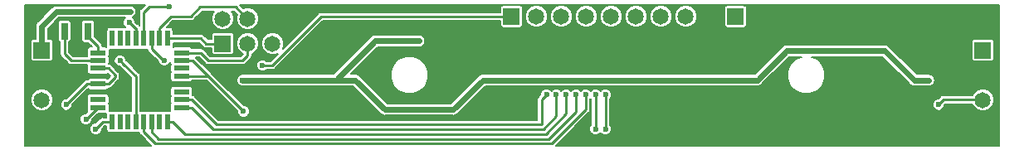
<source format=gbl>
G04 #@! TF.GenerationSoftware,KiCad,Pcbnew,5.0.0-rc2-unknown-81af2db~65~ubuntu18.04.1*
G04 #@! TF.CreationDate,2018-05-29T11:57:16+02:00*
G04 #@! TF.ProjectId,universal_lights,756E6976657273616C5F6C6967687473,rev?*
G04 #@! TF.SameCoordinates,Original*
G04 #@! TF.FileFunction,Copper,L2,Bot,Signal*
G04 #@! TF.FilePolarity,Positive*
%FSLAX46Y46*%
G04 Gerber Fmt 4.6, Leading zero omitted, Abs format (unit mm)*
G04 Created by KiCad (PCBNEW 5.0.0-rc2-unknown-81af2db~65~ubuntu18.04.1) date Tue May 29 11:57:16 2018*
%MOMM*%
%LPD*%
G01*
G04 APERTURE LIST*
G04 #@! TA.AperFunction,ComponentPad*
%ADD10R,1.651000X1.651000*%
G04 #@! TD*
G04 #@! TA.AperFunction,ComponentPad*
%ADD11C,1.651000*%
G04 #@! TD*
G04 #@! TA.AperFunction,SMDPad,CuDef*
%ADD12R,0.550000X1.600000*%
G04 #@! TD*
G04 #@! TA.AperFunction,SMDPad,CuDef*
%ADD13R,1.600000X0.550000*%
G04 #@! TD*
G04 #@! TA.AperFunction,SMDPad,CuDef*
%ADD14R,0.698500X1.699260*%
G04 #@! TD*
G04 #@! TA.AperFunction,ViaPad*
%ADD15C,0.600000*%
G04 #@! TD*
G04 #@! TA.AperFunction,Conductor*
%ADD16C,0.600000*%
G04 #@! TD*
G04 #@! TA.AperFunction,Conductor*
%ADD17C,0.250000*%
G04 #@! TD*
G04 #@! TA.AperFunction,Conductor*
%ADD18C,0.150000*%
G04 #@! TD*
G04 APERTURE END LIST*
D10*
G04 #@! TO.P,J1,1*
G04 #@! TO.N,+5V*
X52000000Y-139960000D03*
D11*
G04 #@! TO.P,J1,2*
G04 #@! TO.N,GND*
X52000000Y-142500000D03*
G04 #@! TO.P,J1,3*
G04 #@! TO.N,/datos_led_in*
X52000000Y-145040000D03*
G04 #@! TD*
D10*
G04 #@! TO.P,J2,1*
G04 #@! TO.N,+5V*
X148000000Y-139960000D03*
D11*
G04 #@! TO.P,J2,2*
G04 #@! TO.N,GND*
X148000000Y-142500000D03*
G04 #@! TO.P,J2,3*
G04 #@! TO.N,/datos_led_out*
X148000000Y-145040000D03*
G04 #@! TD*
D10*
G04 #@! TO.P,J3,1*
G04 #@! TO.N,/miso*
X70460000Y-139270000D03*
D11*
G04 #@! TO.P,J3,2*
G04 #@! TO.N,/clk*
X73000000Y-139270000D03*
G04 #@! TO.P,J3,3*
G04 #@! TO.N,/reset*
X75540000Y-139270000D03*
G04 #@! TO.P,J3,4*
G04 #@! TO.N,GND*
X75540000Y-136730000D03*
G04 #@! TO.P,J3,5*
G04 #@! TO.N,/mosi*
X73000000Y-136730000D03*
G04 #@! TO.P,J3,6*
G04 #@! TO.N,+5V*
X70460000Y-136730000D03*
G04 #@! TD*
D10*
G04 #@! TO.P,J4,1*
G04 #@! TO.N,/pwm2*
X99920000Y-136500000D03*
D11*
G04 #@! TO.P,J4,2*
G04 #@! TO.N,/a0*
X102460000Y-136500000D03*
G04 #@! TO.P,J4,3*
G04 #@! TO.N,/a1*
X105000000Y-136500000D03*
G04 #@! TO.P,J4,4*
G04 #@! TO.N,/a2*
X107540000Y-136500000D03*
G04 #@! TO.P,J4,5*
G04 #@! TO.N,/sda*
X110080000Y-136500000D03*
G04 #@! TO.P,J4,6*
G04 #@! TO.N,/scl*
X112620000Y-136500000D03*
G04 #@! TO.P,J4,7*
G04 #@! TO.N,/int0*
X115160000Y-136500000D03*
G04 #@! TO.P,J4,8*
G04 #@! TO.N,/int1*
X117700000Y-136500000D03*
G04 #@! TD*
D10*
G04 #@! TO.P,J5,1*
G04 #@! TO.N,+5V*
X122770000Y-136500000D03*
D11*
G04 #@! TO.P,J5,2*
G04 #@! TO.N,GND*
X120230000Y-136500000D03*
G04 #@! TD*
D12*
G04 #@! TO.P,U1,32*
G04 #@! TO.N,/int0*
X59200000Y-147250000D03*
G04 #@! TO.P,U1,31*
G04 #@! TO.N,N/C*
X60000000Y-147250000D03*
G04 #@! TO.P,U1,30*
X60800000Y-147250000D03*
G04 #@! TO.P,U1,29*
G04 #@! TO.N,/reset*
X61600000Y-147250000D03*
G04 #@! TO.P,U1,28*
G04 #@! TO.N,/scl*
X62400000Y-147250000D03*
G04 #@! TO.P,U1,27*
G04 #@! TO.N,/sda*
X63200000Y-147250000D03*
G04 #@! TO.P,U1,26*
G04 #@! TO.N,N/C*
X64000000Y-147250000D03*
G04 #@! TO.P,U1,25*
G04 #@! TO.N,/a2*
X64800000Y-147250000D03*
D13*
G04 #@! TO.P,U1,24*
G04 #@! TO.N,/a1*
X66250000Y-145800000D03*
G04 #@! TO.P,U1,23*
G04 #@! TO.N,/a0*
X66250000Y-145000000D03*
G04 #@! TO.P,U1,22*
G04 #@! TO.N,N/C*
X66250000Y-144200000D03*
G04 #@! TO.P,U1,21*
G04 #@! TO.N,GND*
X66250000Y-143400000D03*
G04 #@! TO.P,U1,20*
G04 #@! TO.N,+5V*
X66250000Y-142600000D03*
G04 #@! TO.P,U1,19*
G04 #@! TO.N,N/C*
X66250000Y-141800000D03*
G04 #@! TO.P,U1,18*
G04 #@! TO.N,+5V*
X66250000Y-141000000D03*
G04 #@! TO.P,U1,17*
G04 #@! TO.N,/clk*
X66250000Y-140200000D03*
D12*
G04 #@! TO.P,U1,16*
G04 #@! TO.N,/miso*
X64800000Y-138750000D03*
G04 #@! TO.P,U1,15*
G04 #@! TO.N,/mosi*
X64000000Y-138750000D03*
G04 #@! TO.P,U1,14*
G04 #@! TO.N,/pwm2*
X63200000Y-138750000D03*
G04 #@! TO.P,U1,13*
G04 #@! TO.N,/pwm1*
X62400000Y-138750000D03*
G04 #@! TO.P,U1,12*
G04 #@! TO.N,Net-(R7-Pad1)*
X61600000Y-138750000D03*
G04 #@! TO.P,U1,11*
G04 #@! TO.N,N/C*
X60800000Y-138750000D03*
G04 #@! TO.P,U1,10*
X60000000Y-138750000D03*
G04 #@! TO.P,U1,9*
X59200000Y-138750000D03*
D13*
G04 #@! TO.P,U1,8*
G04 #@! TO.N,Net-(U1-Pad8)*
X57750000Y-140200000D03*
G04 #@! TO.P,U1,7*
G04 #@! TO.N,Net-(U1-Pad7)*
X57750000Y-141000000D03*
G04 #@! TO.P,U1,6*
G04 #@! TO.N,+5V*
X57750000Y-141800000D03*
G04 #@! TO.P,U1,5*
G04 #@! TO.N,GND*
X57750000Y-142600000D03*
G04 #@! TO.P,U1,4*
G04 #@! TO.N,+5V*
X57750000Y-143400000D03*
G04 #@! TO.P,U1,3*
G04 #@! TO.N,GND*
X57750000Y-144200000D03*
G04 #@! TO.P,U1,2*
G04 #@! TO.N,N/C*
X57750000Y-145000000D03*
G04 #@! TO.P,U1,1*
G04 #@! TO.N,/int1*
X57750000Y-145800000D03*
G04 #@! TD*
D14*
G04 #@! TO.P,Y1,1*
G04 #@! TO.N,Net-(U1-Pad8)*
X56698880Y-138000000D03*
G04 #@! TO.P,Y1,2*
G04 #@! TO.N,GND*
X55500000Y-138000000D03*
G04 #@! TO.P,Y1,3*
G04 #@! TO.N,Net-(U1-Pad7)*
X54301120Y-138000000D03*
G04 #@! TD*
D15*
G04 #@! TO.N,Net-(D1-Pad-)*
X72500000Y-143000000D03*
X90500000Y-139000016D03*
X82000000Y-143000000D03*
X102500000Y-143000000D03*
X122500000Y-143000000D03*
X142500000Y-143000000D03*
G04 #@! TO.N,+5V*
X54500000Y-145500000D03*
X72576927Y-146184625D03*
X61000000Y-136000016D03*
G04 #@! TO.N,/datos_led_out*
X143499998Y-145500000D03*
G04 #@! TO.N,/reset*
X60000000Y-141000000D03*
G04 #@! TO.N,/pwm1*
X65000000Y-135500000D03*
G04 #@! TO.N,/pwm2*
X74500000Y-141500006D03*
X64500000Y-141000000D03*
G04 #@! TO.N,/a0*
X103500000Y-144500000D03*
G04 #@! TO.N,/a1*
X104500000Y-144500000D03*
G04 #@! TO.N,/a2*
X105500000Y-144500000D03*
G04 #@! TO.N,/sda*
X106500000Y-144500000D03*
G04 #@! TO.N,/scl*
X107500000Y-144500000D03*
G04 #@! TO.N,/int0*
X108500000Y-148000000D03*
X57500000Y-147999988D03*
X108500000Y-144500000D03*
G04 #@! TO.N,/int1*
X109500000Y-148000000D03*
X109500000Y-144500000D03*
X56500000Y-147000000D03*
G04 #@! TO.N,Net-(R7-Pad1)*
X60922176Y-137124274D03*
G04 #@! TD*
D16*
G04 #@! TO.N,Net-(D1-Pad-)*
X82000000Y-143000000D02*
X72500000Y-143000000D01*
X85999984Y-139000016D02*
X90075736Y-139000016D01*
X82000000Y-143000000D02*
X85999984Y-139000016D01*
X90075736Y-139000016D02*
X90500000Y-139000016D01*
X142500000Y-143000000D02*
X141000000Y-143000000D01*
X138000000Y-140000000D02*
X141000000Y-143000000D01*
X128000000Y-140000000D02*
X138000000Y-140000000D01*
X125000000Y-143000000D02*
X128000000Y-140000000D01*
X122500000Y-143000000D02*
X125000000Y-143000000D01*
X87000000Y-146000000D02*
X94000000Y-146000000D01*
X94000000Y-146000000D02*
X97000000Y-143000000D01*
X84000000Y-143000000D02*
X87000000Y-146000000D01*
X82000000Y-143000000D02*
X84000000Y-143000000D01*
X97000000Y-143000000D02*
X102500000Y-143000000D01*
X102500000Y-143000000D02*
X103000000Y-143000000D01*
X103000000Y-143000000D02*
X122500000Y-143000000D01*
D17*
G04 #@! TO.N,+5V*
X57750000Y-143400000D02*
X56600000Y-143400000D01*
X56600000Y-143400000D02*
X54500000Y-145500000D01*
X72276928Y-145884626D02*
X72576927Y-146184625D01*
X66250000Y-141000000D02*
X67392302Y-141000000D01*
X57750000Y-141800000D02*
X58800000Y-141800000D01*
X58800000Y-141800000D02*
X59500000Y-142500000D01*
X58800000Y-143400000D02*
X57750000Y-143400000D01*
X59500000Y-142700000D02*
X58800000Y-143400000D01*
X59500000Y-142500000D02*
X59500000Y-142700000D01*
X67307698Y-142607698D02*
X69000000Y-142607698D01*
X66250000Y-142600000D02*
X67300000Y-142600000D01*
X67392302Y-141000000D02*
X69000000Y-142607698D01*
X67300000Y-142600000D02*
X67307698Y-142607698D01*
X69000000Y-142607698D02*
X72276928Y-145884626D01*
D16*
X60575736Y-136000016D02*
X61000000Y-136000016D01*
X52000000Y-140460000D02*
X52000000Y-137500000D01*
X53499984Y-136000016D02*
X60575736Y-136000016D01*
X52000000Y-137500000D02*
X53499984Y-136000016D01*
D17*
G04 #@! TO.N,/datos_led_out*
X143999998Y-145000000D02*
X143499998Y-145500000D01*
X148000000Y-145540000D02*
X147460000Y-145000000D01*
X147460000Y-145000000D02*
X143999998Y-145000000D01*
G04 #@! TO.N,/miso*
X68770000Y-139270000D02*
X68250000Y-138750000D01*
X68250000Y-138750000D02*
X64800000Y-138750000D01*
X70460000Y-139270000D02*
X68770000Y-139270000D01*
G04 #@! TO.N,/clk*
X66250000Y-140200000D02*
X68200000Y-140200000D01*
X68200000Y-140200000D02*
X69000000Y-141000000D01*
X69000000Y-141000000D02*
X72500000Y-141000000D01*
X72500000Y-141000000D02*
X73000000Y-140500000D01*
X73000000Y-140500000D02*
X73000000Y-139270000D01*
G04 #@! TO.N,/reset*
X60299999Y-141299999D02*
X60000000Y-141000000D01*
X61600000Y-142600000D02*
X60299999Y-141299999D01*
X61600000Y-147250000D02*
X61600000Y-142600000D01*
X61600000Y-147250000D02*
X61600000Y-146200000D01*
G04 #@! TO.N,/mosi*
X65200000Y-136500000D02*
X64000000Y-137700000D01*
X67200000Y-136500000D02*
X65200000Y-136500000D01*
X64000000Y-137700000D02*
X64000000Y-138750000D01*
X68170501Y-135529499D02*
X67200000Y-136500000D01*
X73000000Y-136730000D02*
X71799499Y-135529499D01*
X71799499Y-135529499D02*
X68170501Y-135529499D01*
G04 #@! TO.N,/pwm1*
X63000000Y-135500000D02*
X62400000Y-136100000D01*
X62400000Y-136100000D02*
X62400000Y-138750000D01*
X65000000Y-135500000D02*
X63000000Y-135500000D01*
X62500000Y-138650000D02*
X62400000Y-138750000D01*
G04 #@! TO.N,/pwm2*
X74500000Y-141500006D02*
X75499994Y-141500006D01*
X75499994Y-141500006D02*
X80500000Y-136500000D01*
X80500000Y-136500000D02*
X99920000Y-136500000D01*
X64400000Y-141000000D02*
X64500000Y-141000000D01*
X63200000Y-139800000D02*
X64400000Y-141000000D01*
X63200000Y-138750000D02*
X63200000Y-139800000D01*
G04 #@! TO.N,/a0*
X102999970Y-147499970D02*
X102999970Y-145000030D01*
X102999970Y-145000030D02*
X103500000Y-144500000D01*
X69799970Y-147499970D02*
X102999970Y-147499970D01*
X66250000Y-145000000D02*
X67300000Y-145000000D01*
X67300000Y-145000000D02*
X69799970Y-147499970D01*
X102999970Y-147499970D02*
X103000000Y-147500000D01*
G04 #@! TO.N,/a1*
X102999990Y-148000010D02*
X103207110Y-148000010D01*
X103207110Y-148000010D02*
X104500000Y-146707120D01*
X104500000Y-146707120D02*
X104500000Y-144500000D01*
X66250000Y-145800000D02*
X67300000Y-145800000D01*
X67300000Y-145800000D02*
X69500010Y-148000010D01*
X69500010Y-148000010D02*
X102999990Y-148000010D01*
X102999990Y-148000010D02*
X103000000Y-148000000D01*
G04 #@! TO.N,/a2*
X103414224Y-148500020D02*
X105500000Y-146414244D01*
X105500000Y-146414244D02*
X105500000Y-144500000D01*
X64800000Y-147250000D02*
X65325000Y-147250000D01*
X65325000Y-147250000D02*
X66575020Y-148500020D01*
X66575020Y-148500020D02*
X103414224Y-148500020D01*
X103414224Y-148500020D02*
X103414254Y-148499990D01*
X103414254Y-148499990D02*
X103499990Y-148499990D01*
X103499990Y-148499990D02*
X103500000Y-148500000D01*
G04 #@! TO.N,/sda*
X103499970Y-149000030D02*
X103707090Y-149000030D01*
X103707090Y-149000030D02*
X106500000Y-146207120D01*
X106500000Y-146207120D02*
X106500000Y-144500000D01*
X63200000Y-147250000D02*
X63200000Y-148300000D01*
X63200000Y-148300000D02*
X63900030Y-149000030D01*
X103499970Y-149000030D02*
X103500000Y-149000000D01*
X63900030Y-149000030D02*
X103499970Y-149000030D01*
G04 #@! TO.N,/scl*
X103999960Y-149500040D02*
X107500000Y-146000000D01*
X107500000Y-146000000D02*
X107500000Y-144500000D01*
X62400000Y-147250000D02*
X62400000Y-148300000D01*
X62400000Y-148300000D02*
X63600040Y-149500040D01*
X63600040Y-149500040D02*
X103999960Y-149500040D01*
X103999960Y-149500040D02*
X104000000Y-149500000D01*
G04 #@! TO.N,/int0*
X108500000Y-144500000D02*
X108500000Y-148000000D01*
X59200000Y-147250000D02*
X58249988Y-147250000D01*
X57799999Y-147699989D02*
X57500000Y-147999988D01*
X58249988Y-147250000D02*
X57799999Y-147699989D01*
G04 #@! TO.N,/int1*
X109500000Y-144500000D02*
X109500000Y-148000000D01*
X57750000Y-145800000D02*
X57700000Y-145800000D01*
X57700000Y-145800000D02*
X56500000Y-147000000D01*
G04 #@! TO.N,Net-(U1-Pad8)*
X56698880Y-138500380D02*
X56698880Y-138000000D01*
X57750000Y-139551500D02*
X56698880Y-138500380D01*
X57750000Y-140200000D02*
X57750000Y-139551500D01*
G04 #@! TO.N,Net-(U1-Pad7)*
X54301120Y-140301120D02*
X54301120Y-138000000D01*
X57750000Y-141000000D02*
X55000000Y-141000000D01*
X55000000Y-141000000D02*
X54301120Y-140301120D01*
G04 #@! TO.N,Net-(R7-Pad1)*
X61600000Y-137700000D02*
X61600000Y-138750000D01*
X61600000Y-137700000D02*
X61497902Y-137700000D01*
X61497902Y-137700000D02*
X60922176Y-137124274D01*
G04 #@! TD*
D18*
G04 #@! TO.N,GND*
G36*
X62113145Y-135750460D02*
X62075568Y-135775568D01*
X61976109Y-135924420D01*
X61961072Y-136000016D01*
X61941184Y-136100000D01*
X61950000Y-136144320D01*
X61950000Y-137413834D01*
X61924432Y-137375568D01*
X61775581Y-137276109D01*
X61694225Y-137259926D01*
X61547176Y-137112878D01*
X61547176Y-136999954D01*
X61452025Y-136770240D01*
X61276210Y-136594425D01*
X61251001Y-136583983D01*
X61296050Y-136553883D01*
X61354034Y-136529865D01*
X61398412Y-136485487D01*
X61450600Y-136450616D01*
X61485471Y-136398428D01*
X61529849Y-136354050D01*
X61553867Y-136296066D01*
X61588737Y-136243879D01*
X61600981Y-136182322D01*
X61625000Y-136124336D01*
X61625000Y-136061571D01*
X61637244Y-136000016D01*
X61625000Y-135938461D01*
X61625000Y-135875696D01*
X61600981Y-135817710D01*
X61588737Y-135756153D01*
X61553867Y-135703966D01*
X61529849Y-135645982D01*
X61485471Y-135601604D01*
X61450600Y-135549416D01*
X61398412Y-135514545D01*
X61354034Y-135470167D01*
X61296050Y-135446149D01*
X61243863Y-135411279D01*
X61182306Y-135399035D01*
X61124320Y-135375016D01*
X53561539Y-135375016D01*
X53499984Y-135362772D01*
X53438429Y-135375016D01*
X53256121Y-135411279D01*
X53049384Y-135549416D01*
X53014513Y-135601604D01*
X51601588Y-137014530D01*
X51549401Y-137049400D01*
X51440509Y-137212368D01*
X51411263Y-137256138D01*
X51362756Y-137500000D01*
X51375001Y-137561560D01*
X51375001Y-138803133D01*
X51174500Y-138803133D01*
X51047691Y-138828357D01*
X50940188Y-138900188D01*
X50868357Y-139007691D01*
X50843133Y-139134500D01*
X50843133Y-140785500D01*
X50868357Y-140912309D01*
X50940188Y-141019812D01*
X51047691Y-141091643D01*
X51174500Y-141116867D01*
X52825500Y-141116867D01*
X52952309Y-141091643D01*
X53059812Y-141019812D01*
X53131643Y-140912309D01*
X53156867Y-140785500D01*
X53156867Y-139134500D01*
X53131643Y-139007691D01*
X53059812Y-138900188D01*
X52952309Y-138828357D01*
X52825500Y-138803133D01*
X52625000Y-138803133D01*
X52625000Y-137758882D01*
X53758867Y-136625016D01*
X60537551Y-136625016D01*
X60392327Y-136770240D01*
X60297176Y-136999954D01*
X60297176Y-137248594D01*
X60392327Y-137478308D01*
X60532652Y-137618633D01*
X60525000Y-137618633D01*
X60400000Y-137643497D01*
X60275000Y-137618633D01*
X59725000Y-137618633D01*
X59600000Y-137643497D01*
X59475000Y-137618633D01*
X58925000Y-137618633D01*
X58798191Y-137643857D01*
X58690688Y-137715688D01*
X58618857Y-137823191D01*
X58593633Y-137950000D01*
X58593633Y-139550000D01*
X58604467Y-139604467D01*
X58550000Y-139593633D01*
X58200435Y-139593633D01*
X58208816Y-139551499D01*
X58188749Y-139450616D01*
X58173891Y-139375919D01*
X58074432Y-139227068D01*
X58036857Y-139201961D01*
X57379497Y-138544602D01*
X57379497Y-137150370D01*
X57354273Y-137023561D01*
X57282442Y-136916058D01*
X57174939Y-136844227D01*
X57048130Y-136819003D01*
X56349630Y-136819003D01*
X56222821Y-136844227D01*
X56115318Y-136916058D01*
X56043487Y-137023561D01*
X56018263Y-137150370D01*
X56018263Y-138849630D01*
X56043487Y-138976439D01*
X56115318Y-139083942D01*
X56222821Y-139155773D01*
X56349630Y-139180997D01*
X56743102Y-139180997D01*
X57155737Y-139593633D01*
X56950000Y-139593633D01*
X56823191Y-139618857D01*
X56715688Y-139690688D01*
X56643857Y-139798191D01*
X56618633Y-139925000D01*
X56618633Y-140475000D01*
X56633551Y-140550000D01*
X55186397Y-140550000D01*
X54751120Y-140114725D01*
X54751120Y-139160956D01*
X54777179Y-139155773D01*
X54884682Y-139083942D01*
X54956513Y-138976439D01*
X54981737Y-138849630D01*
X54981737Y-137150370D01*
X54956513Y-137023561D01*
X54884682Y-136916058D01*
X54777179Y-136844227D01*
X54650370Y-136819003D01*
X53951870Y-136819003D01*
X53825061Y-136844227D01*
X53717558Y-136916058D01*
X53645727Y-137023561D01*
X53620503Y-137150370D01*
X53620503Y-138849630D01*
X53645727Y-138976439D01*
X53717558Y-139083942D01*
X53825061Y-139155773D01*
X53851120Y-139160957D01*
X53851120Y-140256800D01*
X53842304Y-140301120D01*
X53851120Y-140345440D01*
X53877229Y-140476700D01*
X53976688Y-140625552D01*
X54014265Y-140650660D01*
X54650463Y-141286860D01*
X54675568Y-141324432D01*
X54713139Y-141349536D01*
X54713141Y-141349538D01*
X54824418Y-141423891D01*
X55000000Y-141458816D01*
X55044321Y-141450000D01*
X56633551Y-141450000D01*
X56618633Y-141525000D01*
X56618633Y-142075000D01*
X56643857Y-142201809D01*
X56715688Y-142309312D01*
X56823191Y-142381143D01*
X56950000Y-142406367D01*
X58550000Y-142406367D01*
X58676809Y-142381143D01*
X58717535Y-142353931D01*
X58963604Y-142600000D01*
X58717535Y-142846069D01*
X58676809Y-142818857D01*
X58550000Y-142793633D01*
X56950000Y-142793633D01*
X56823191Y-142818857D01*
X56715688Y-142890688D01*
X56676057Y-142950000D01*
X56644316Y-142950000D01*
X56599999Y-142941185D01*
X56555682Y-142950000D01*
X56555679Y-142950000D01*
X56424419Y-142976109D01*
X56424418Y-142976110D01*
X56424417Y-142976110D01*
X56385956Y-143001809D01*
X56275568Y-143075568D01*
X56250462Y-143113142D01*
X54488605Y-144875000D01*
X54375680Y-144875000D01*
X54145966Y-144970151D01*
X53970151Y-145145966D01*
X53875000Y-145375680D01*
X53875000Y-145624320D01*
X53970151Y-145854034D01*
X54145966Y-146029849D01*
X54375680Y-146125000D01*
X54624320Y-146125000D01*
X54854034Y-146029849D01*
X55029849Y-145854034D01*
X55125000Y-145624320D01*
X55125000Y-145511395D01*
X56722519Y-143913877D01*
X56823191Y-143981143D01*
X56950000Y-144006367D01*
X58550000Y-144006367D01*
X58676809Y-143981143D01*
X58784312Y-143909312D01*
X58820819Y-143854675D01*
X58844320Y-143850000D01*
X58844321Y-143850000D01*
X58975581Y-143823891D01*
X59124432Y-143724432D01*
X59149540Y-143686855D01*
X59786857Y-143049539D01*
X59824432Y-143024432D01*
X59892533Y-142922511D01*
X59923890Y-142875583D01*
X59923890Y-142875582D01*
X59923891Y-142875581D01*
X59950000Y-142744320D01*
X59950000Y-142744318D01*
X59958815Y-142700001D01*
X59950000Y-142655684D01*
X59950000Y-142544316D01*
X59958815Y-142499999D01*
X59950000Y-142455680D01*
X59950000Y-142455679D01*
X59923891Y-142324419D01*
X59916356Y-142313141D01*
X59849537Y-142213141D01*
X59824432Y-142175568D01*
X59786858Y-142150462D01*
X59149540Y-141513145D01*
X59124432Y-141475568D01*
X58975581Y-141376109D01*
X58865606Y-141354234D01*
X58881367Y-141275000D01*
X58881367Y-140725000D01*
X58856503Y-140600000D01*
X58881367Y-140475000D01*
X58881367Y-139925000D01*
X58870533Y-139870533D01*
X58925000Y-139881367D01*
X59475000Y-139881367D01*
X59600000Y-139856503D01*
X59725000Y-139881367D01*
X60275000Y-139881367D01*
X60400000Y-139856503D01*
X60525000Y-139881367D01*
X61075000Y-139881367D01*
X61200000Y-139856503D01*
X61325000Y-139881367D01*
X61875000Y-139881367D01*
X62000000Y-139856503D01*
X62125000Y-139881367D01*
X62675000Y-139881367D01*
X62754234Y-139865606D01*
X62776072Y-139975390D01*
X62776110Y-139975581D01*
X62875569Y-140124432D01*
X62913143Y-140149538D01*
X63875000Y-141111396D01*
X63875000Y-141124320D01*
X63970151Y-141354034D01*
X64145966Y-141529849D01*
X64375680Y-141625000D01*
X64624320Y-141625000D01*
X64854034Y-141529849D01*
X65029849Y-141354034D01*
X65118633Y-141139691D01*
X65118633Y-141275000D01*
X65143497Y-141400000D01*
X65118633Y-141525000D01*
X65118633Y-142075000D01*
X65143497Y-142200000D01*
X65118633Y-142325000D01*
X65118633Y-142875000D01*
X65143857Y-143001809D01*
X65215688Y-143109312D01*
X65323191Y-143181143D01*
X65450000Y-143206367D01*
X67050000Y-143206367D01*
X67176809Y-143181143D01*
X67284312Y-143109312D01*
X67313707Y-143065319D01*
X67352018Y-143057698D01*
X68813605Y-143057698D01*
X71951927Y-146196021D01*
X71951927Y-146308945D01*
X72047078Y-146538659D01*
X72222893Y-146714474D01*
X72452607Y-146809625D01*
X72701247Y-146809625D01*
X72930961Y-146714474D01*
X73106776Y-146538659D01*
X73201927Y-146308945D01*
X73201927Y-146060305D01*
X73106776Y-145830591D01*
X72930961Y-145654776D01*
X72701247Y-145559625D01*
X72588323Y-145559625D01*
X70028698Y-143000000D01*
X71862756Y-143000000D01*
X71875000Y-143061555D01*
X71875000Y-143124320D01*
X71899019Y-143182306D01*
X71911263Y-143243863D01*
X71946133Y-143296050D01*
X71970151Y-143354034D01*
X72014529Y-143398412D01*
X72049400Y-143450600D01*
X72101588Y-143485471D01*
X72145966Y-143529849D01*
X72203950Y-143553867D01*
X72256137Y-143588737D01*
X72317694Y-143600981D01*
X72375680Y-143625000D01*
X81938445Y-143625000D01*
X82000000Y-143637244D01*
X82061555Y-143625000D01*
X83741118Y-143625000D01*
X86514529Y-146398412D01*
X86549400Y-146450600D01*
X86756137Y-146588737D01*
X87000000Y-146637244D01*
X87061555Y-146625000D01*
X93938445Y-146625000D01*
X94000000Y-146637244D01*
X94061555Y-146625000D01*
X94243863Y-146588737D01*
X94450600Y-146450600D01*
X94485472Y-146398410D01*
X97258883Y-143625000D01*
X124938445Y-143625000D01*
X125000000Y-143637244D01*
X125061555Y-143625000D01*
X125243863Y-143588737D01*
X125450600Y-143450600D01*
X125485472Y-143398410D01*
X128258883Y-140625000D01*
X129496383Y-140625000D01*
X128909575Y-140868064D01*
X128368064Y-141409575D01*
X128075000Y-142117094D01*
X128075000Y-142882906D01*
X128368064Y-143590425D01*
X128909575Y-144131936D01*
X129617094Y-144425000D01*
X130382906Y-144425000D01*
X131090425Y-144131936D01*
X131631936Y-143590425D01*
X131925000Y-142882906D01*
X131925000Y-142117094D01*
X131631936Y-141409575D01*
X131090425Y-140868064D01*
X130503617Y-140625000D01*
X137741118Y-140625000D01*
X140514529Y-143398412D01*
X140549400Y-143450600D01*
X140736448Y-143575581D01*
X140756137Y-143588737D01*
X141000000Y-143637244D01*
X141061555Y-143625000D01*
X142624320Y-143625000D01*
X142682306Y-143600981D01*
X142743863Y-143588737D01*
X142796050Y-143553867D01*
X142854034Y-143529849D01*
X142898412Y-143485471D01*
X142950600Y-143450600D01*
X142985471Y-143398412D01*
X143029849Y-143354034D01*
X143053867Y-143296050D01*
X143088737Y-143243863D01*
X143100981Y-143182306D01*
X143125000Y-143124320D01*
X143125000Y-143061555D01*
X143137244Y-143000000D01*
X143125000Y-142938445D01*
X143125000Y-142875680D01*
X143100981Y-142817694D01*
X143088737Y-142756137D01*
X143053867Y-142703950D01*
X143029849Y-142645966D01*
X142985471Y-142601588D01*
X142950600Y-142549400D01*
X142898412Y-142514529D01*
X142854034Y-142470151D01*
X142796050Y-142446133D01*
X142743863Y-142411263D01*
X142682306Y-142399019D01*
X142624320Y-142375000D01*
X141258883Y-142375000D01*
X138485472Y-139601590D01*
X138450600Y-139549400D01*
X138243863Y-139411263D01*
X138061555Y-139375000D01*
X138000000Y-139362756D01*
X137938445Y-139375000D01*
X128061555Y-139375000D01*
X128000000Y-139362756D01*
X127820643Y-139398432D01*
X127756137Y-139411263D01*
X127549400Y-139549400D01*
X127514529Y-139601588D01*
X124741118Y-142375000D01*
X97061555Y-142375000D01*
X97000000Y-142362756D01*
X96938445Y-142375000D01*
X96756137Y-142411263D01*
X96549400Y-142549400D01*
X96514529Y-142601588D01*
X93741118Y-145375000D01*
X87258883Y-145375000D01*
X84485472Y-142601590D01*
X84450600Y-142549400D01*
X84243863Y-142411263D01*
X84061555Y-142375000D01*
X84000000Y-142362756D01*
X83938445Y-142375000D01*
X83508882Y-142375000D01*
X83766788Y-142117094D01*
X87575000Y-142117094D01*
X87575000Y-142882906D01*
X87868064Y-143590425D01*
X88409575Y-144131936D01*
X89117094Y-144425000D01*
X89882906Y-144425000D01*
X90590425Y-144131936D01*
X91131936Y-143590425D01*
X91425000Y-142882906D01*
X91425000Y-142117094D01*
X91131936Y-141409575D01*
X90590425Y-140868064D01*
X89882906Y-140575000D01*
X89117094Y-140575000D01*
X88409575Y-140868064D01*
X87868064Y-141409575D01*
X87575000Y-142117094D01*
X83766788Y-142117094D01*
X86258867Y-139625016D01*
X90624320Y-139625016D01*
X90682306Y-139600997D01*
X90743863Y-139588753D01*
X90796050Y-139553883D01*
X90854034Y-139529865D01*
X90898412Y-139485487D01*
X90950600Y-139450616D01*
X90985471Y-139398428D01*
X91029849Y-139354050D01*
X91053867Y-139296066D01*
X91088737Y-139243879D01*
X91100981Y-139182322D01*
X91120789Y-139134500D01*
X146843133Y-139134500D01*
X146843133Y-140785500D01*
X146868357Y-140912309D01*
X146940188Y-141019812D01*
X147047691Y-141091643D01*
X147174500Y-141116867D01*
X148825500Y-141116867D01*
X148952309Y-141091643D01*
X149059812Y-141019812D01*
X149131643Y-140912309D01*
X149156867Y-140785500D01*
X149156867Y-139134500D01*
X149131643Y-139007691D01*
X149059812Y-138900188D01*
X148952309Y-138828357D01*
X148825500Y-138803133D01*
X147174500Y-138803133D01*
X147047691Y-138828357D01*
X146940188Y-138900188D01*
X146868357Y-139007691D01*
X146843133Y-139134500D01*
X91120789Y-139134500D01*
X91125000Y-139124336D01*
X91125000Y-139061571D01*
X91137244Y-139000016D01*
X91125000Y-138938461D01*
X91125000Y-138875696D01*
X91100981Y-138817710D01*
X91088737Y-138756153D01*
X91053867Y-138703966D01*
X91029849Y-138645982D01*
X90985471Y-138601604D01*
X90950600Y-138549416D01*
X90898412Y-138514545D01*
X90854034Y-138470167D01*
X90796050Y-138446149D01*
X90743863Y-138411279D01*
X90682306Y-138399035D01*
X90624320Y-138375016D01*
X86061539Y-138375016D01*
X85999984Y-138362772D01*
X85938429Y-138375016D01*
X85756121Y-138411279D01*
X85549384Y-138549416D01*
X85514513Y-138601604D01*
X81741118Y-142375000D01*
X72375680Y-142375000D01*
X72317694Y-142399019D01*
X72256137Y-142411263D01*
X72203950Y-142446133D01*
X72145966Y-142470151D01*
X72101588Y-142514529D01*
X72049400Y-142549400D01*
X72014529Y-142601588D01*
X71970151Y-142645966D01*
X71946133Y-142703950D01*
X71911263Y-142756137D01*
X71899019Y-142817694D01*
X71875000Y-142875680D01*
X71875000Y-142938445D01*
X71862756Y-143000000D01*
X70028698Y-143000000D01*
X69349540Y-142320843D01*
X69324432Y-142283266D01*
X69286857Y-142258160D01*
X67741842Y-140713145D01*
X67716734Y-140675568D01*
X67678469Y-140650000D01*
X68013605Y-140650000D01*
X68650461Y-141286857D01*
X68675568Y-141324432D01*
X68824419Y-141423891D01*
X68955679Y-141450000D01*
X68955680Y-141450000D01*
X69000000Y-141458816D01*
X69044320Y-141450000D01*
X72455680Y-141450000D01*
X72500000Y-141458816D01*
X72544320Y-141450000D01*
X72544321Y-141450000D01*
X72675581Y-141423891D01*
X72747724Y-141375686D01*
X73875000Y-141375686D01*
X73875000Y-141624326D01*
X73970151Y-141854040D01*
X74145966Y-142029855D01*
X74375680Y-142125006D01*
X74624320Y-142125006D01*
X74854034Y-142029855D01*
X74933883Y-141950006D01*
X75455674Y-141950006D01*
X75499994Y-141958822D01*
X75544314Y-141950006D01*
X75544315Y-141950006D01*
X75675575Y-141923897D01*
X75824426Y-141824438D01*
X75849534Y-141786861D01*
X80686396Y-136950000D01*
X98763133Y-136950000D01*
X98763133Y-137325500D01*
X98788357Y-137452309D01*
X98860188Y-137559812D01*
X98967691Y-137631643D01*
X99094500Y-137656867D01*
X100745500Y-137656867D01*
X100872309Y-137631643D01*
X100979812Y-137559812D01*
X101051643Y-137452309D01*
X101076867Y-137325500D01*
X101076867Y-136271151D01*
X101309500Y-136271151D01*
X101309500Y-136728849D01*
X101484653Y-137151706D01*
X101808294Y-137475347D01*
X102231151Y-137650500D01*
X102688849Y-137650500D01*
X103111706Y-137475347D01*
X103435347Y-137151706D01*
X103610500Y-136728849D01*
X103610500Y-136271151D01*
X103849500Y-136271151D01*
X103849500Y-136728849D01*
X104024653Y-137151706D01*
X104348294Y-137475347D01*
X104771151Y-137650500D01*
X105228849Y-137650500D01*
X105651706Y-137475347D01*
X105975347Y-137151706D01*
X106150500Y-136728849D01*
X106150500Y-136271151D01*
X106389500Y-136271151D01*
X106389500Y-136728849D01*
X106564653Y-137151706D01*
X106888294Y-137475347D01*
X107311151Y-137650500D01*
X107768849Y-137650500D01*
X108191706Y-137475347D01*
X108515347Y-137151706D01*
X108690500Y-136728849D01*
X108690500Y-136271151D01*
X108929500Y-136271151D01*
X108929500Y-136728849D01*
X109104653Y-137151706D01*
X109428294Y-137475347D01*
X109851151Y-137650500D01*
X110308849Y-137650500D01*
X110731706Y-137475347D01*
X111055347Y-137151706D01*
X111230500Y-136728849D01*
X111230500Y-136271151D01*
X111469500Y-136271151D01*
X111469500Y-136728849D01*
X111644653Y-137151706D01*
X111968294Y-137475347D01*
X112391151Y-137650500D01*
X112848849Y-137650500D01*
X113271706Y-137475347D01*
X113595347Y-137151706D01*
X113770500Y-136728849D01*
X113770500Y-136271151D01*
X114009500Y-136271151D01*
X114009500Y-136728849D01*
X114184653Y-137151706D01*
X114508294Y-137475347D01*
X114931151Y-137650500D01*
X115388849Y-137650500D01*
X115811706Y-137475347D01*
X116135347Y-137151706D01*
X116310500Y-136728849D01*
X116310500Y-136271151D01*
X116549500Y-136271151D01*
X116549500Y-136728849D01*
X116724653Y-137151706D01*
X117048294Y-137475347D01*
X117471151Y-137650500D01*
X117928849Y-137650500D01*
X118351706Y-137475347D01*
X118675347Y-137151706D01*
X118850500Y-136728849D01*
X118850500Y-136271151D01*
X118675347Y-135848294D01*
X118501553Y-135674500D01*
X121613133Y-135674500D01*
X121613133Y-137325500D01*
X121638357Y-137452309D01*
X121710188Y-137559812D01*
X121817691Y-137631643D01*
X121944500Y-137656867D01*
X123595500Y-137656867D01*
X123722309Y-137631643D01*
X123829812Y-137559812D01*
X123901643Y-137452309D01*
X123926867Y-137325500D01*
X123926867Y-135674500D01*
X123901643Y-135547691D01*
X123829812Y-135440188D01*
X123722309Y-135368357D01*
X123595500Y-135343133D01*
X121944500Y-135343133D01*
X121817691Y-135368357D01*
X121710188Y-135440188D01*
X121638357Y-135547691D01*
X121613133Y-135674500D01*
X118501553Y-135674500D01*
X118351706Y-135524653D01*
X117928849Y-135349500D01*
X117471151Y-135349500D01*
X117048294Y-135524653D01*
X116724653Y-135848294D01*
X116549500Y-136271151D01*
X116310500Y-136271151D01*
X116135347Y-135848294D01*
X115811706Y-135524653D01*
X115388849Y-135349500D01*
X114931151Y-135349500D01*
X114508294Y-135524653D01*
X114184653Y-135848294D01*
X114009500Y-136271151D01*
X113770500Y-136271151D01*
X113595347Y-135848294D01*
X113271706Y-135524653D01*
X112848849Y-135349500D01*
X112391151Y-135349500D01*
X111968294Y-135524653D01*
X111644653Y-135848294D01*
X111469500Y-136271151D01*
X111230500Y-136271151D01*
X111055347Y-135848294D01*
X110731706Y-135524653D01*
X110308849Y-135349500D01*
X109851151Y-135349500D01*
X109428294Y-135524653D01*
X109104653Y-135848294D01*
X108929500Y-136271151D01*
X108690500Y-136271151D01*
X108515347Y-135848294D01*
X108191706Y-135524653D01*
X107768849Y-135349500D01*
X107311151Y-135349500D01*
X106888294Y-135524653D01*
X106564653Y-135848294D01*
X106389500Y-136271151D01*
X106150500Y-136271151D01*
X105975347Y-135848294D01*
X105651706Y-135524653D01*
X105228849Y-135349500D01*
X104771151Y-135349500D01*
X104348294Y-135524653D01*
X104024653Y-135848294D01*
X103849500Y-136271151D01*
X103610500Y-136271151D01*
X103435347Y-135848294D01*
X103111706Y-135524653D01*
X102688849Y-135349500D01*
X102231151Y-135349500D01*
X101808294Y-135524653D01*
X101484653Y-135848294D01*
X101309500Y-136271151D01*
X101076867Y-136271151D01*
X101076867Y-135674500D01*
X101051643Y-135547691D01*
X100979812Y-135440188D01*
X100872309Y-135368357D01*
X100745500Y-135343133D01*
X99094500Y-135343133D01*
X98967691Y-135368357D01*
X98860188Y-135440188D01*
X98788357Y-135547691D01*
X98763133Y-135674500D01*
X98763133Y-136050000D01*
X80544316Y-136050000D01*
X80499999Y-136041185D01*
X80455683Y-136050000D01*
X80455679Y-136050000D01*
X80324419Y-136076109D01*
X80175568Y-136175568D01*
X80150462Y-136213142D01*
X76567283Y-139796322D01*
X76690500Y-139498849D01*
X76690500Y-139041151D01*
X76515347Y-138618294D01*
X76191706Y-138294653D01*
X75768849Y-138119500D01*
X75311151Y-138119500D01*
X74888294Y-138294653D01*
X74564653Y-138618294D01*
X74389500Y-139041151D01*
X74389500Y-139498849D01*
X74564653Y-139921706D01*
X74888294Y-140245347D01*
X75311151Y-140420500D01*
X75768849Y-140420500D01*
X76066322Y-140297283D01*
X75313599Y-141050006D01*
X74933883Y-141050006D01*
X74854034Y-140970157D01*
X74624320Y-140875006D01*
X74375680Y-140875006D01*
X74145966Y-140970157D01*
X73970151Y-141145972D01*
X73875000Y-141375686D01*
X72747724Y-141375686D01*
X72824432Y-141324432D01*
X72849540Y-141286855D01*
X73286858Y-140849538D01*
X73324432Y-140824432D01*
X73423891Y-140675581D01*
X73450000Y-140544321D01*
X73450000Y-140544320D01*
X73458816Y-140500000D01*
X73450000Y-140455680D01*
X73450000Y-140328896D01*
X73651706Y-140245347D01*
X73975347Y-139921706D01*
X74150500Y-139498849D01*
X74150500Y-139041151D01*
X73975347Y-138618294D01*
X73651706Y-138294653D01*
X73228849Y-138119500D01*
X72771151Y-138119500D01*
X72348294Y-138294653D01*
X72024653Y-138618294D01*
X71849500Y-139041151D01*
X71849500Y-139498849D01*
X72024653Y-139921706D01*
X72348294Y-140245347D01*
X72539187Y-140324417D01*
X72313605Y-140550000D01*
X69186396Y-140550000D01*
X68549540Y-139913145D01*
X68524432Y-139875568D01*
X68375581Y-139776109D01*
X68244321Y-139750000D01*
X68244320Y-139750000D01*
X68200000Y-139741184D01*
X68155680Y-139750000D01*
X67323943Y-139750000D01*
X67284312Y-139690688D01*
X67176809Y-139618857D01*
X67050000Y-139593633D01*
X65450000Y-139593633D01*
X65395533Y-139604467D01*
X65406367Y-139550000D01*
X65406367Y-139200000D01*
X68063605Y-139200000D01*
X68420461Y-139556857D01*
X68445568Y-139594432D01*
X68594419Y-139693891D01*
X68725679Y-139720000D01*
X68769999Y-139728816D01*
X68814319Y-139720000D01*
X69303133Y-139720000D01*
X69303133Y-140095500D01*
X69328357Y-140222309D01*
X69400188Y-140329812D01*
X69507691Y-140401643D01*
X69634500Y-140426867D01*
X71285500Y-140426867D01*
X71412309Y-140401643D01*
X71519812Y-140329812D01*
X71591643Y-140222309D01*
X71616867Y-140095500D01*
X71616867Y-138444500D01*
X71591643Y-138317691D01*
X71519812Y-138210188D01*
X71412309Y-138138357D01*
X71285500Y-138113133D01*
X69634500Y-138113133D01*
X69507691Y-138138357D01*
X69400188Y-138210188D01*
X69328357Y-138317691D01*
X69303133Y-138444500D01*
X69303133Y-138820000D01*
X68956396Y-138820000D01*
X68599540Y-138463145D01*
X68574432Y-138425568D01*
X68425581Y-138326109D01*
X68294321Y-138300000D01*
X68294320Y-138300000D01*
X68250000Y-138291184D01*
X68205680Y-138300000D01*
X65406367Y-138300000D01*
X65406367Y-137950000D01*
X65381143Y-137823191D01*
X65309312Y-137715688D01*
X65201809Y-137643857D01*
X65075000Y-137618633D01*
X64717762Y-137618633D01*
X65386396Y-136950000D01*
X67155680Y-136950000D01*
X67200000Y-136958816D01*
X67244320Y-136950000D01*
X67244321Y-136950000D01*
X67375581Y-136923891D01*
X67524432Y-136824432D01*
X67549540Y-136786855D01*
X68356897Y-135979499D01*
X69583448Y-135979499D01*
X69484653Y-136078294D01*
X69309500Y-136501151D01*
X69309500Y-136958849D01*
X69484653Y-137381706D01*
X69808294Y-137705347D01*
X70231151Y-137880500D01*
X70688849Y-137880500D01*
X71111706Y-137705347D01*
X71435347Y-137381706D01*
X71610500Y-136958849D01*
X71610500Y-136501151D01*
X71435347Y-136078294D01*
X71336552Y-135979499D01*
X71613104Y-135979499D01*
X71933049Y-136299445D01*
X71849500Y-136501151D01*
X71849500Y-136958849D01*
X72024653Y-137381706D01*
X72348294Y-137705347D01*
X72771151Y-137880500D01*
X73228849Y-137880500D01*
X73651706Y-137705347D01*
X73975347Y-137381706D01*
X74150500Y-136958849D01*
X74150500Y-136501151D01*
X73975347Y-136078294D01*
X73651706Y-135754653D01*
X73228849Y-135579500D01*
X72771151Y-135579500D01*
X72569445Y-135663049D01*
X72206395Y-135300000D01*
X149700001Y-135300000D01*
X149700000Y-149700000D01*
X104436395Y-149700000D01*
X107786858Y-146349538D01*
X107824432Y-146324432D01*
X107923891Y-146175581D01*
X107950000Y-146044321D01*
X107950000Y-146044320D01*
X107958816Y-146000001D01*
X107950000Y-145955681D01*
X107950000Y-144933883D01*
X108000000Y-144883883D01*
X108050000Y-144933883D01*
X108050001Y-147566116D01*
X107970151Y-147645966D01*
X107875000Y-147875680D01*
X107875000Y-148124320D01*
X107970151Y-148354034D01*
X108145966Y-148529849D01*
X108375680Y-148625000D01*
X108624320Y-148625000D01*
X108854034Y-148529849D01*
X109000000Y-148383883D01*
X109145966Y-148529849D01*
X109375680Y-148625000D01*
X109624320Y-148625000D01*
X109854034Y-148529849D01*
X110029849Y-148354034D01*
X110125000Y-148124320D01*
X110125000Y-147875680D01*
X110029849Y-147645966D01*
X109950000Y-147566117D01*
X109950000Y-145375680D01*
X142874998Y-145375680D01*
X142874998Y-145624320D01*
X142970149Y-145854034D01*
X143145964Y-146029849D01*
X143375678Y-146125000D01*
X143624318Y-146125000D01*
X143854032Y-146029849D01*
X144029847Y-145854034D01*
X144124998Y-145624320D01*
X144124998Y-145511396D01*
X144186394Y-145450000D01*
X146924535Y-145450000D01*
X147024653Y-145691706D01*
X147348294Y-146015347D01*
X147771151Y-146190500D01*
X148228849Y-146190500D01*
X148651706Y-146015347D01*
X148975347Y-145691706D01*
X149150500Y-145268849D01*
X149150500Y-144811151D01*
X148975347Y-144388294D01*
X148651706Y-144064653D01*
X148228849Y-143889500D01*
X147771151Y-143889500D01*
X147348294Y-144064653D01*
X147024653Y-144388294D01*
X146957672Y-144550000D01*
X144044318Y-144550000D01*
X143999998Y-144541184D01*
X143955678Y-144550000D01*
X143955677Y-144550000D01*
X143824417Y-144576109D01*
X143675566Y-144675568D01*
X143650459Y-144713143D01*
X143488602Y-144875000D01*
X143375678Y-144875000D01*
X143145964Y-144970151D01*
X142970149Y-145145966D01*
X142874998Y-145375680D01*
X109950000Y-145375680D01*
X109950000Y-144933883D01*
X110029849Y-144854034D01*
X110125000Y-144624320D01*
X110125000Y-144375680D01*
X110029849Y-144145966D01*
X109854034Y-143970151D01*
X109624320Y-143875000D01*
X109375680Y-143875000D01*
X109145966Y-143970151D01*
X109000000Y-144116117D01*
X108854034Y-143970151D01*
X108624320Y-143875000D01*
X108375680Y-143875000D01*
X108145966Y-143970151D01*
X108000000Y-144116117D01*
X107854034Y-143970151D01*
X107624320Y-143875000D01*
X107375680Y-143875000D01*
X107145966Y-143970151D01*
X107000000Y-144116117D01*
X106854034Y-143970151D01*
X106624320Y-143875000D01*
X106375680Y-143875000D01*
X106145966Y-143970151D01*
X106000000Y-144116117D01*
X105854034Y-143970151D01*
X105624320Y-143875000D01*
X105375680Y-143875000D01*
X105145966Y-143970151D01*
X105000000Y-144116117D01*
X104854034Y-143970151D01*
X104624320Y-143875000D01*
X104375680Y-143875000D01*
X104145966Y-143970151D01*
X104000000Y-144116117D01*
X103854034Y-143970151D01*
X103624320Y-143875000D01*
X103375680Y-143875000D01*
X103145966Y-143970151D01*
X102970151Y-144145966D01*
X102875000Y-144375680D01*
X102875000Y-144488605D01*
X102713113Y-144650492D01*
X102675539Y-144675598D01*
X102650433Y-144713172D01*
X102576080Y-144824449D01*
X102541154Y-145000030D01*
X102549971Y-145044355D01*
X102549970Y-147049970D01*
X69986366Y-147049970D01*
X67649540Y-144713145D01*
X67624432Y-144675568D01*
X67475581Y-144576109D01*
X67365606Y-144554234D01*
X67381367Y-144475000D01*
X67381367Y-143925000D01*
X67356143Y-143798191D01*
X67284312Y-143690688D01*
X67176809Y-143618857D01*
X67050000Y-143593633D01*
X65450000Y-143593633D01*
X65323191Y-143618857D01*
X65215688Y-143690688D01*
X65143857Y-143798191D01*
X65118633Y-143925000D01*
X65118633Y-144475000D01*
X65143497Y-144600000D01*
X65118633Y-144725000D01*
X65118633Y-145275000D01*
X65143497Y-145400000D01*
X65118633Y-145525000D01*
X65118633Y-146075000D01*
X65129467Y-146129467D01*
X65075000Y-146118633D01*
X64525000Y-146118633D01*
X64400000Y-146143497D01*
X64275000Y-146118633D01*
X63725000Y-146118633D01*
X63600000Y-146143497D01*
X63475000Y-146118633D01*
X62925000Y-146118633D01*
X62800000Y-146143497D01*
X62675000Y-146118633D01*
X62125000Y-146118633D01*
X62050000Y-146133551D01*
X62050000Y-142644319D01*
X62058816Y-142599999D01*
X62043782Y-142524419D01*
X62023891Y-142424419D01*
X61924432Y-142275568D01*
X61886857Y-142250462D01*
X60649538Y-141013143D01*
X60649536Y-141013140D01*
X60625000Y-140988604D01*
X60625000Y-140875680D01*
X60529849Y-140645966D01*
X60354034Y-140470151D01*
X60124320Y-140375000D01*
X59875680Y-140375000D01*
X59645966Y-140470151D01*
X59470151Y-140645966D01*
X59375000Y-140875680D01*
X59375000Y-141124320D01*
X59470151Y-141354034D01*
X59645966Y-141529849D01*
X59875680Y-141625000D01*
X59988604Y-141625000D01*
X60013140Y-141649536D01*
X60013143Y-141649538D01*
X61150001Y-142786397D01*
X61150000Y-146133552D01*
X61075000Y-146118633D01*
X60525000Y-146118633D01*
X60400000Y-146143497D01*
X60275000Y-146118633D01*
X59725000Y-146118633D01*
X59600000Y-146143497D01*
X59475000Y-146118633D01*
X58925000Y-146118633D01*
X58870533Y-146129467D01*
X58881367Y-146075000D01*
X58881367Y-145525000D01*
X58856503Y-145400000D01*
X58881367Y-145275000D01*
X58881367Y-144725000D01*
X58856143Y-144598191D01*
X58784312Y-144490688D01*
X58676809Y-144418857D01*
X58550000Y-144393633D01*
X56950000Y-144393633D01*
X56823191Y-144418857D01*
X56715688Y-144490688D01*
X56643857Y-144598191D01*
X56618633Y-144725000D01*
X56618633Y-145275000D01*
X56643497Y-145400000D01*
X56618633Y-145525000D01*
X56618633Y-146075000D01*
X56643857Y-146201809D01*
X56651042Y-146212562D01*
X56488605Y-146375000D01*
X56375680Y-146375000D01*
X56145966Y-146470151D01*
X55970151Y-146645966D01*
X55875000Y-146875680D01*
X55875000Y-147124320D01*
X55970151Y-147354034D01*
X56145966Y-147529849D01*
X56375680Y-147625000D01*
X56624320Y-147625000D01*
X56854034Y-147529849D01*
X57029849Y-147354034D01*
X57125000Y-147124320D01*
X57125000Y-147011395D01*
X57730029Y-146406367D01*
X58550000Y-146406367D01*
X58604467Y-146395533D01*
X58593633Y-146450000D01*
X58593633Y-146800000D01*
X58294310Y-146800000D01*
X58249988Y-146791184D01*
X58074406Y-146826109D01*
X57963129Y-146900462D01*
X57963128Y-146900463D01*
X57925556Y-146925568D01*
X57900451Y-146963140D01*
X57513142Y-147350450D01*
X57488604Y-147374988D01*
X57375680Y-147374988D01*
X57145966Y-147470139D01*
X56970151Y-147645954D01*
X56875000Y-147875668D01*
X56875000Y-148124308D01*
X56970151Y-148354022D01*
X57145966Y-148529837D01*
X57375680Y-148624988D01*
X57624320Y-148624988D01*
X57854034Y-148529837D01*
X58029849Y-148354022D01*
X58125000Y-148124308D01*
X58125000Y-148011384D01*
X58436384Y-147700000D01*
X58593633Y-147700000D01*
X58593633Y-148050000D01*
X58618857Y-148176809D01*
X58690688Y-148284312D01*
X58798191Y-148356143D01*
X58925000Y-148381367D01*
X59475000Y-148381367D01*
X59600000Y-148356503D01*
X59725000Y-148381367D01*
X60275000Y-148381367D01*
X60400000Y-148356503D01*
X60525000Y-148381367D01*
X61075000Y-148381367D01*
X61200000Y-148356503D01*
X61325000Y-148381367D01*
X61875000Y-148381367D01*
X61954234Y-148365606D01*
X61965828Y-148423891D01*
X61976110Y-148475581D01*
X62075569Y-148624432D01*
X62113143Y-148649538D01*
X63163604Y-149700000D01*
X50300000Y-149700000D01*
X50300000Y-144811151D01*
X50849500Y-144811151D01*
X50849500Y-145268849D01*
X51024653Y-145691706D01*
X51348294Y-146015347D01*
X51771151Y-146190500D01*
X52228849Y-146190500D01*
X52651706Y-146015347D01*
X52975347Y-145691706D01*
X53150500Y-145268849D01*
X53150500Y-144811151D01*
X52975347Y-144388294D01*
X52651706Y-144064653D01*
X52228849Y-143889500D01*
X51771151Y-143889500D01*
X51348294Y-144064653D01*
X51024653Y-144388294D01*
X50849500Y-144811151D01*
X50300000Y-144811151D01*
X50300000Y-135300000D01*
X62563604Y-135300000D01*
X62113145Y-135750460D01*
X62113145Y-135750460D01*
G37*
X62113145Y-135750460D02*
X62075568Y-135775568D01*
X61976109Y-135924420D01*
X61961072Y-136000016D01*
X61941184Y-136100000D01*
X61950000Y-136144320D01*
X61950000Y-137413834D01*
X61924432Y-137375568D01*
X61775581Y-137276109D01*
X61694225Y-137259926D01*
X61547176Y-137112878D01*
X61547176Y-136999954D01*
X61452025Y-136770240D01*
X61276210Y-136594425D01*
X61251001Y-136583983D01*
X61296050Y-136553883D01*
X61354034Y-136529865D01*
X61398412Y-136485487D01*
X61450600Y-136450616D01*
X61485471Y-136398428D01*
X61529849Y-136354050D01*
X61553867Y-136296066D01*
X61588737Y-136243879D01*
X61600981Y-136182322D01*
X61625000Y-136124336D01*
X61625000Y-136061571D01*
X61637244Y-136000016D01*
X61625000Y-135938461D01*
X61625000Y-135875696D01*
X61600981Y-135817710D01*
X61588737Y-135756153D01*
X61553867Y-135703966D01*
X61529849Y-135645982D01*
X61485471Y-135601604D01*
X61450600Y-135549416D01*
X61398412Y-135514545D01*
X61354034Y-135470167D01*
X61296050Y-135446149D01*
X61243863Y-135411279D01*
X61182306Y-135399035D01*
X61124320Y-135375016D01*
X53561539Y-135375016D01*
X53499984Y-135362772D01*
X53438429Y-135375016D01*
X53256121Y-135411279D01*
X53049384Y-135549416D01*
X53014513Y-135601604D01*
X51601588Y-137014530D01*
X51549401Y-137049400D01*
X51440509Y-137212368D01*
X51411263Y-137256138D01*
X51362756Y-137500000D01*
X51375001Y-137561560D01*
X51375001Y-138803133D01*
X51174500Y-138803133D01*
X51047691Y-138828357D01*
X50940188Y-138900188D01*
X50868357Y-139007691D01*
X50843133Y-139134500D01*
X50843133Y-140785500D01*
X50868357Y-140912309D01*
X50940188Y-141019812D01*
X51047691Y-141091643D01*
X51174500Y-141116867D01*
X52825500Y-141116867D01*
X52952309Y-141091643D01*
X53059812Y-141019812D01*
X53131643Y-140912309D01*
X53156867Y-140785500D01*
X53156867Y-139134500D01*
X53131643Y-139007691D01*
X53059812Y-138900188D01*
X52952309Y-138828357D01*
X52825500Y-138803133D01*
X52625000Y-138803133D01*
X52625000Y-137758882D01*
X53758867Y-136625016D01*
X60537551Y-136625016D01*
X60392327Y-136770240D01*
X60297176Y-136999954D01*
X60297176Y-137248594D01*
X60392327Y-137478308D01*
X60532652Y-137618633D01*
X60525000Y-137618633D01*
X60400000Y-137643497D01*
X60275000Y-137618633D01*
X59725000Y-137618633D01*
X59600000Y-137643497D01*
X59475000Y-137618633D01*
X58925000Y-137618633D01*
X58798191Y-137643857D01*
X58690688Y-137715688D01*
X58618857Y-137823191D01*
X58593633Y-137950000D01*
X58593633Y-139550000D01*
X58604467Y-139604467D01*
X58550000Y-139593633D01*
X58200435Y-139593633D01*
X58208816Y-139551499D01*
X58188749Y-139450616D01*
X58173891Y-139375919D01*
X58074432Y-139227068D01*
X58036857Y-139201961D01*
X57379497Y-138544602D01*
X57379497Y-137150370D01*
X57354273Y-137023561D01*
X57282442Y-136916058D01*
X57174939Y-136844227D01*
X57048130Y-136819003D01*
X56349630Y-136819003D01*
X56222821Y-136844227D01*
X56115318Y-136916058D01*
X56043487Y-137023561D01*
X56018263Y-137150370D01*
X56018263Y-138849630D01*
X56043487Y-138976439D01*
X56115318Y-139083942D01*
X56222821Y-139155773D01*
X56349630Y-139180997D01*
X56743102Y-139180997D01*
X57155737Y-139593633D01*
X56950000Y-139593633D01*
X56823191Y-139618857D01*
X56715688Y-139690688D01*
X56643857Y-139798191D01*
X56618633Y-139925000D01*
X56618633Y-140475000D01*
X56633551Y-140550000D01*
X55186397Y-140550000D01*
X54751120Y-140114725D01*
X54751120Y-139160956D01*
X54777179Y-139155773D01*
X54884682Y-139083942D01*
X54956513Y-138976439D01*
X54981737Y-138849630D01*
X54981737Y-137150370D01*
X54956513Y-137023561D01*
X54884682Y-136916058D01*
X54777179Y-136844227D01*
X54650370Y-136819003D01*
X53951870Y-136819003D01*
X53825061Y-136844227D01*
X53717558Y-136916058D01*
X53645727Y-137023561D01*
X53620503Y-137150370D01*
X53620503Y-138849630D01*
X53645727Y-138976439D01*
X53717558Y-139083942D01*
X53825061Y-139155773D01*
X53851120Y-139160957D01*
X53851120Y-140256800D01*
X53842304Y-140301120D01*
X53851120Y-140345440D01*
X53877229Y-140476700D01*
X53976688Y-140625552D01*
X54014265Y-140650660D01*
X54650463Y-141286860D01*
X54675568Y-141324432D01*
X54713139Y-141349536D01*
X54713141Y-141349538D01*
X54824418Y-141423891D01*
X55000000Y-141458816D01*
X55044321Y-141450000D01*
X56633551Y-141450000D01*
X56618633Y-141525000D01*
X56618633Y-142075000D01*
X56643857Y-142201809D01*
X56715688Y-142309312D01*
X56823191Y-142381143D01*
X56950000Y-142406367D01*
X58550000Y-142406367D01*
X58676809Y-142381143D01*
X58717535Y-142353931D01*
X58963604Y-142600000D01*
X58717535Y-142846069D01*
X58676809Y-142818857D01*
X58550000Y-142793633D01*
X56950000Y-142793633D01*
X56823191Y-142818857D01*
X56715688Y-142890688D01*
X56676057Y-142950000D01*
X56644316Y-142950000D01*
X56599999Y-142941185D01*
X56555682Y-142950000D01*
X56555679Y-142950000D01*
X56424419Y-142976109D01*
X56424418Y-142976110D01*
X56424417Y-142976110D01*
X56385956Y-143001809D01*
X56275568Y-143075568D01*
X56250462Y-143113142D01*
X54488605Y-144875000D01*
X54375680Y-144875000D01*
X54145966Y-144970151D01*
X53970151Y-145145966D01*
X53875000Y-145375680D01*
X53875000Y-145624320D01*
X53970151Y-145854034D01*
X54145966Y-146029849D01*
X54375680Y-146125000D01*
X54624320Y-146125000D01*
X54854034Y-146029849D01*
X55029849Y-145854034D01*
X55125000Y-145624320D01*
X55125000Y-145511395D01*
X56722519Y-143913877D01*
X56823191Y-143981143D01*
X56950000Y-144006367D01*
X58550000Y-144006367D01*
X58676809Y-143981143D01*
X58784312Y-143909312D01*
X58820819Y-143854675D01*
X58844320Y-143850000D01*
X58844321Y-143850000D01*
X58975581Y-143823891D01*
X59124432Y-143724432D01*
X59149540Y-143686855D01*
X59786857Y-143049539D01*
X59824432Y-143024432D01*
X59892533Y-142922511D01*
X59923890Y-142875583D01*
X59923890Y-142875582D01*
X59923891Y-142875581D01*
X59950000Y-142744320D01*
X59950000Y-142744318D01*
X59958815Y-142700001D01*
X59950000Y-142655684D01*
X59950000Y-142544316D01*
X59958815Y-142499999D01*
X59950000Y-142455680D01*
X59950000Y-142455679D01*
X59923891Y-142324419D01*
X59916356Y-142313141D01*
X59849537Y-142213141D01*
X59824432Y-142175568D01*
X59786858Y-142150462D01*
X59149540Y-141513145D01*
X59124432Y-141475568D01*
X58975581Y-141376109D01*
X58865606Y-141354234D01*
X58881367Y-141275000D01*
X58881367Y-140725000D01*
X58856503Y-140600000D01*
X58881367Y-140475000D01*
X58881367Y-139925000D01*
X58870533Y-139870533D01*
X58925000Y-139881367D01*
X59475000Y-139881367D01*
X59600000Y-139856503D01*
X59725000Y-139881367D01*
X60275000Y-139881367D01*
X60400000Y-139856503D01*
X60525000Y-139881367D01*
X61075000Y-139881367D01*
X61200000Y-139856503D01*
X61325000Y-139881367D01*
X61875000Y-139881367D01*
X62000000Y-139856503D01*
X62125000Y-139881367D01*
X62675000Y-139881367D01*
X62754234Y-139865606D01*
X62776072Y-139975390D01*
X62776110Y-139975581D01*
X62875569Y-140124432D01*
X62913143Y-140149538D01*
X63875000Y-141111396D01*
X63875000Y-141124320D01*
X63970151Y-141354034D01*
X64145966Y-141529849D01*
X64375680Y-141625000D01*
X64624320Y-141625000D01*
X64854034Y-141529849D01*
X65029849Y-141354034D01*
X65118633Y-141139691D01*
X65118633Y-141275000D01*
X65143497Y-141400000D01*
X65118633Y-141525000D01*
X65118633Y-142075000D01*
X65143497Y-142200000D01*
X65118633Y-142325000D01*
X65118633Y-142875000D01*
X65143857Y-143001809D01*
X65215688Y-143109312D01*
X65323191Y-143181143D01*
X65450000Y-143206367D01*
X67050000Y-143206367D01*
X67176809Y-143181143D01*
X67284312Y-143109312D01*
X67313707Y-143065319D01*
X67352018Y-143057698D01*
X68813605Y-143057698D01*
X71951927Y-146196021D01*
X71951927Y-146308945D01*
X72047078Y-146538659D01*
X72222893Y-146714474D01*
X72452607Y-146809625D01*
X72701247Y-146809625D01*
X72930961Y-146714474D01*
X73106776Y-146538659D01*
X73201927Y-146308945D01*
X73201927Y-146060305D01*
X73106776Y-145830591D01*
X72930961Y-145654776D01*
X72701247Y-145559625D01*
X72588323Y-145559625D01*
X70028698Y-143000000D01*
X71862756Y-143000000D01*
X71875000Y-143061555D01*
X71875000Y-143124320D01*
X71899019Y-143182306D01*
X71911263Y-143243863D01*
X71946133Y-143296050D01*
X71970151Y-143354034D01*
X72014529Y-143398412D01*
X72049400Y-143450600D01*
X72101588Y-143485471D01*
X72145966Y-143529849D01*
X72203950Y-143553867D01*
X72256137Y-143588737D01*
X72317694Y-143600981D01*
X72375680Y-143625000D01*
X81938445Y-143625000D01*
X82000000Y-143637244D01*
X82061555Y-143625000D01*
X83741118Y-143625000D01*
X86514529Y-146398412D01*
X86549400Y-146450600D01*
X86756137Y-146588737D01*
X87000000Y-146637244D01*
X87061555Y-146625000D01*
X93938445Y-146625000D01*
X94000000Y-146637244D01*
X94061555Y-146625000D01*
X94243863Y-146588737D01*
X94450600Y-146450600D01*
X94485472Y-146398410D01*
X97258883Y-143625000D01*
X124938445Y-143625000D01*
X125000000Y-143637244D01*
X125061555Y-143625000D01*
X125243863Y-143588737D01*
X125450600Y-143450600D01*
X125485472Y-143398410D01*
X128258883Y-140625000D01*
X129496383Y-140625000D01*
X128909575Y-140868064D01*
X128368064Y-141409575D01*
X128075000Y-142117094D01*
X128075000Y-142882906D01*
X128368064Y-143590425D01*
X128909575Y-144131936D01*
X129617094Y-144425000D01*
X130382906Y-144425000D01*
X131090425Y-144131936D01*
X131631936Y-143590425D01*
X131925000Y-142882906D01*
X131925000Y-142117094D01*
X131631936Y-141409575D01*
X131090425Y-140868064D01*
X130503617Y-140625000D01*
X137741118Y-140625000D01*
X140514529Y-143398412D01*
X140549400Y-143450600D01*
X140736448Y-143575581D01*
X140756137Y-143588737D01*
X141000000Y-143637244D01*
X141061555Y-143625000D01*
X142624320Y-143625000D01*
X142682306Y-143600981D01*
X142743863Y-143588737D01*
X142796050Y-143553867D01*
X142854034Y-143529849D01*
X142898412Y-143485471D01*
X142950600Y-143450600D01*
X142985471Y-143398412D01*
X143029849Y-143354034D01*
X143053867Y-143296050D01*
X143088737Y-143243863D01*
X143100981Y-143182306D01*
X143125000Y-143124320D01*
X143125000Y-143061555D01*
X143137244Y-143000000D01*
X143125000Y-142938445D01*
X143125000Y-142875680D01*
X143100981Y-142817694D01*
X143088737Y-142756137D01*
X143053867Y-142703950D01*
X143029849Y-142645966D01*
X142985471Y-142601588D01*
X142950600Y-142549400D01*
X142898412Y-142514529D01*
X142854034Y-142470151D01*
X142796050Y-142446133D01*
X142743863Y-142411263D01*
X142682306Y-142399019D01*
X142624320Y-142375000D01*
X141258883Y-142375000D01*
X138485472Y-139601590D01*
X138450600Y-139549400D01*
X138243863Y-139411263D01*
X138061555Y-139375000D01*
X138000000Y-139362756D01*
X137938445Y-139375000D01*
X128061555Y-139375000D01*
X128000000Y-139362756D01*
X127820643Y-139398432D01*
X127756137Y-139411263D01*
X127549400Y-139549400D01*
X127514529Y-139601588D01*
X124741118Y-142375000D01*
X97061555Y-142375000D01*
X97000000Y-142362756D01*
X96938445Y-142375000D01*
X96756137Y-142411263D01*
X96549400Y-142549400D01*
X96514529Y-142601588D01*
X93741118Y-145375000D01*
X87258883Y-145375000D01*
X84485472Y-142601590D01*
X84450600Y-142549400D01*
X84243863Y-142411263D01*
X84061555Y-142375000D01*
X84000000Y-142362756D01*
X83938445Y-142375000D01*
X83508882Y-142375000D01*
X83766788Y-142117094D01*
X87575000Y-142117094D01*
X87575000Y-142882906D01*
X87868064Y-143590425D01*
X88409575Y-144131936D01*
X89117094Y-144425000D01*
X89882906Y-144425000D01*
X90590425Y-144131936D01*
X91131936Y-143590425D01*
X91425000Y-142882906D01*
X91425000Y-142117094D01*
X91131936Y-141409575D01*
X90590425Y-140868064D01*
X89882906Y-140575000D01*
X89117094Y-140575000D01*
X88409575Y-140868064D01*
X87868064Y-141409575D01*
X87575000Y-142117094D01*
X83766788Y-142117094D01*
X86258867Y-139625016D01*
X90624320Y-139625016D01*
X90682306Y-139600997D01*
X90743863Y-139588753D01*
X90796050Y-139553883D01*
X90854034Y-139529865D01*
X90898412Y-139485487D01*
X90950600Y-139450616D01*
X90985471Y-139398428D01*
X91029849Y-139354050D01*
X91053867Y-139296066D01*
X91088737Y-139243879D01*
X91100981Y-139182322D01*
X91120789Y-139134500D01*
X146843133Y-139134500D01*
X146843133Y-140785500D01*
X146868357Y-140912309D01*
X146940188Y-141019812D01*
X147047691Y-141091643D01*
X147174500Y-141116867D01*
X148825500Y-141116867D01*
X148952309Y-141091643D01*
X149059812Y-141019812D01*
X149131643Y-140912309D01*
X149156867Y-140785500D01*
X149156867Y-139134500D01*
X149131643Y-139007691D01*
X149059812Y-138900188D01*
X148952309Y-138828357D01*
X148825500Y-138803133D01*
X147174500Y-138803133D01*
X147047691Y-138828357D01*
X146940188Y-138900188D01*
X146868357Y-139007691D01*
X146843133Y-139134500D01*
X91120789Y-139134500D01*
X91125000Y-139124336D01*
X91125000Y-139061571D01*
X91137244Y-139000016D01*
X91125000Y-138938461D01*
X91125000Y-138875696D01*
X91100981Y-138817710D01*
X91088737Y-138756153D01*
X91053867Y-138703966D01*
X91029849Y-138645982D01*
X90985471Y-138601604D01*
X90950600Y-138549416D01*
X90898412Y-138514545D01*
X90854034Y-138470167D01*
X90796050Y-138446149D01*
X90743863Y-138411279D01*
X90682306Y-138399035D01*
X90624320Y-138375016D01*
X86061539Y-138375016D01*
X85999984Y-138362772D01*
X85938429Y-138375016D01*
X85756121Y-138411279D01*
X85549384Y-138549416D01*
X85514513Y-138601604D01*
X81741118Y-142375000D01*
X72375680Y-142375000D01*
X72317694Y-142399019D01*
X72256137Y-142411263D01*
X72203950Y-142446133D01*
X72145966Y-142470151D01*
X72101588Y-142514529D01*
X72049400Y-142549400D01*
X72014529Y-142601588D01*
X71970151Y-142645966D01*
X71946133Y-142703950D01*
X71911263Y-142756137D01*
X71899019Y-142817694D01*
X71875000Y-142875680D01*
X71875000Y-142938445D01*
X71862756Y-143000000D01*
X70028698Y-143000000D01*
X69349540Y-142320843D01*
X69324432Y-142283266D01*
X69286857Y-142258160D01*
X67741842Y-140713145D01*
X67716734Y-140675568D01*
X67678469Y-140650000D01*
X68013605Y-140650000D01*
X68650461Y-141286857D01*
X68675568Y-141324432D01*
X68824419Y-141423891D01*
X68955679Y-141450000D01*
X68955680Y-141450000D01*
X69000000Y-141458816D01*
X69044320Y-141450000D01*
X72455680Y-141450000D01*
X72500000Y-141458816D01*
X72544320Y-141450000D01*
X72544321Y-141450000D01*
X72675581Y-141423891D01*
X72747724Y-141375686D01*
X73875000Y-141375686D01*
X73875000Y-141624326D01*
X73970151Y-141854040D01*
X74145966Y-142029855D01*
X74375680Y-142125006D01*
X74624320Y-142125006D01*
X74854034Y-142029855D01*
X74933883Y-141950006D01*
X75455674Y-141950006D01*
X75499994Y-141958822D01*
X75544314Y-141950006D01*
X75544315Y-141950006D01*
X75675575Y-141923897D01*
X75824426Y-141824438D01*
X75849534Y-141786861D01*
X80686396Y-136950000D01*
X98763133Y-136950000D01*
X98763133Y-137325500D01*
X98788357Y-137452309D01*
X98860188Y-137559812D01*
X98967691Y-137631643D01*
X99094500Y-137656867D01*
X100745500Y-137656867D01*
X100872309Y-137631643D01*
X100979812Y-137559812D01*
X101051643Y-137452309D01*
X101076867Y-137325500D01*
X101076867Y-136271151D01*
X101309500Y-136271151D01*
X101309500Y-136728849D01*
X101484653Y-137151706D01*
X101808294Y-137475347D01*
X102231151Y-137650500D01*
X102688849Y-137650500D01*
X103111706Y-137475347D01*
X103435347Y-137151706D01*
X103610500Y-136728849D01*
X103610500Y-136271151D01*
X103849500Y-136271151D01*
X103849500Y-136728849D01*
X104024653Y-137151706D01*
X104348294Y-137475347D01*
X104771151Y-137650500D01*
X105228849Y-137650500D01*
X105651706Y-137475347D01*
X105975347Y-137151706D01*
X106150500Y-136728849D01*
X106150500Y-136271151D01*
X106389500Y-136271151D01*
X106389500Y-136728849D01*
X106564653Y-137151706D01*
X106888294Y-137475347D01*
X107311151Y-137650500D01*
X107768849Y-137650500D01*
X108191706Y-137475347D01*
X108515347Y-137151706D01*
X108690500Y-136728849D01*
X108690500Y-136271151D01*
X108929500Y-136271151D01*
X108929500Y-136728849D01*
X109104653Y-137151706D01*
X109428294Y-137475347D01*
X109851151Y-137650500D01*
X110308849Y-137650500D01*
X110731706Y-137475347D01*
X111055347Y-137151706D01*
X111230500Y-136728849D01*
X111230500Y-136271151D01*
X111469500Y-136271151D01*
X111469500Y-136728849D01*
X111644653Y-137151706D01*
X111968294Y-137475347D01*
X112391151Y-137650500D01*
X112848849Y-137650500D01*
X113271706Y-137475347D01*
X113595347Y-137151706D01*
X113770500Y-136728849D01*
X113770500Y-136271151D01*
X114009500Y-136271151D01*
X114009500Y-136728849D01*
X114184653Y-137151706D01*
X114508294Y-137475347D01*
X114931151Y-137650500D01*
X115388849Y-137650500D01*
X115811706Y-137475347D01*
X116135347Y-137151706D01*
X116310500Y-136728849D01*
X116310500Y-136271151D01*
X116549500Y-136271151D01*
X116549500Y-136728849D01*
X116724653Y-137151706D01*
X117048294Y-137475347D01*
X117471151Y-137650500D01*
X117928849Y-137650500D01*
X118351706Y-137475347D01*
X118675347Y-137151706D01*
X118850500Y-136728849D01*
X118850500Y-136271151D01*
X118675347Y-135848294D01*
X118501553Y-135674500D01*
X121613133Y-135674500D01*
X121613133Y-137325500D01*
X121638357Y-137452309D01*
X121710188Y-137559812D01*
X121817691Y-137631643D01*
X121944500Y-137656867D01*
X123595500Y-137656867D01*
X123722309Y-137631643D01*
X123829812Y-137559812D01*
X123901643Y-137452309D01*
X123926867Y-137325500D01*
X123926867Y-135674500D01*
X123901643Y-135547691D01*
X123829812Y-135440188D01*
X123722309Y-135368357D01*
X123595500Y-135343133D01*
X121944500Y-135343133D01*
X121817691Y-135368357D01*
X121710188Y-135440188D01*
X121638357Y-135547691D01*
X121613133Y-135674500D01*
X118501553Y-135674500D01*
X118351706Y-135524653D01*
X117928849Y-135349500D01*
X117471151Y-135349500D01*
X117048294Y-135524653D01*
X116724653Y-135848294D01*
X116549500Y-136271151D01*
X116310500Y-136271151D01*
X116135347Y-135848294D01*
X115811706Y-135524653D01*
X115388849Y-135349500D01*
X114931151Y-135349500D01*
X114508294Y-135524653D01*
X114184653Y-135848294D01*
X114009500Y-136271151D01*
X113770500Y-136271151D01*
X113595347Y-135848294D01*
X113271706Y-135524653D01*
X112848849Y-135349500D01*
X112391151Y-135349500D01*
X111968294Y-135524653D01*
X111644653Y-135848294D01*
X111469500Y-136271151D01*
X111230500Y-136271151D01*
X111055347Y-135848294D01*
X110731706Y-135524653D01*
X110308849Y-135349500D01*
X109851151Y-135349500D01*
X109428294Y-135524653D01*
X109104653Y-135848294D01*
X108929500Y-136271151D01*
X108690500Y-136271151D01*
X108515347Y-135848294D01*
X108191706Y-135524653D01*
X107768849Y-135349500D01*
X107311151Y-135349500D01*
X106888294Y-135524653D01*
X106564653Y-135848294D01*
X106389500Y-136271151D01*
X106150500Y-136271151D01*
X105975347Y-135848294D01*
X105651706Y-135524653D01*
X105228849Y-135349500D01*
X104771151Y-135349500D01*
X104348294Y-135524653D01*
X104024653Y-135848294D01*
X103849500Y-136271151D01*
X103610500Y-136271151D01*
X103435347Y-135848294D01*
X103111706Y-135524653D01*
X102688849Y-135349500D01*
X102231151Y-135349500D01*
X101808294Y-135524653D01*
X101484653Y-135848294D01*
X101309500Y-136271151D01*
X101076867Y-136271151D01*
X101076867Y-135674500D01*
X101051643Y-135547691D01*
X100979812Y-135440188D01*
X100872309Y-135368357D01*
X100745500Y-135343133D01*
X99094500Y-135343133D01*
X98967691Y-135368357D01*
X98860188Y-135440188D01*
X98788357Y-135547691D01*
X98763133Y-135674500D01*
X98763133Y-136050000D01*
X80544316Y-136050000D01*
X80499999Y-136041185D01*
X80455683Y-136050000D01*
X80455679Y-136050000D01*
X80324419Y-136076109D01*
X80175568Y-136175568D01*
X80150462Y-136213142D01*
X76567283Y-139796322D01*
X76690500Y-139498849D01*
X76690500Y-139041151D01*
X76515347Y-138618294D01*
X76191706Y-138294653D01*
X75768849Y-138119500D01*
X75311151Y-138119500D01*
X74888294Y-138294653D01*
X74564653Y-138618294D01*
X74389500Y-139041151D01*
X74389500Y-139498849D01*
X74564653Y-139921706D01*
X74888294Y-140245347D01*
X75311151Y-140420500D01*
X75768849Y-140420500D01*
X76066322Y-140297283D01*
X75313599Y-141050006D01*
X74933883Y-141050006D01*
X74854034Y-140970157D01*
X74624320Y-140875006D01*
X74375680Y-140875006D01*
X74145966Y-140970157D01*
X73970151Y-141145972D01*
X73875000Y-141375686D01*
X72747724Y-141375686D01*
X72824432Y-141324432D01*
X72849540Y-141286855D01*
X73286858Y-140849538D01*
X73324432Y-140824432D01*
X73423891Y-140675581D01*
X73450000Y-140544321D01*
X73450000Y-140544320D01*
X73458816Y-140500000D01*
X73450000Y-140455680D01*
X73450000Y-140328896D01*
X73651706Y-140245347D01*
X73975347Y-139921706D01*
X74150500Y-139498849D01*
X74150500Y-139041151D01*
X73975347Y-138618294D01*
X73651706Y-138294653D01*
X73228849Y-138119500D01*
X72771151Y-138119500D01*
X72348294Y-138294653D01*
X72024653Y-138618294D01*
X71849500Y-139041151D01*
X71849500Y-139498849D01*
X72024653Y-139921706D01*
X72348294Y-140245347D01*
X72539187Y-140324417D01*
X72313605Y-140550000D01*
X69186396Y-140550000D01*
X68549540Y-139913145D01*
X68524432Y-139875568D01*
X68375581Y-139776109D01*
X68244321Y-139750000D01*
X68244320Y-139750000D01*
X68200000Y-139741184D01*
X68155680Y-139750000D01*
X67323943Y-139750000D01*
X67284312Y-139690688D01*
X67176809Y-139618857D01*
X67050000Y-139593633D01*
X65450000Y-139593633D01*
X65395533Y-139604467D01*
X65406367Y-139550000D01*
X65406367Y-139200000D01*
X68063605Y-139200000D01*
X68420461Y-139556857D01*
X68445568Y-139594432D01*
X68594419Y-139693891D01*
X68725679Y-139720000D01*
X68769999Y-139728816D01*
X68814319Y-139720000D01*
X69303133Y-139720000D01*
X69303133Y-140095500D01*
X69328357Y-140222309D01*
X69400188Y-140329812D01*
X69507691Y-140401643D01*
X69634500Y-140426867D01*
X71285500Y-140426867D01*
X71412309Y-140401643D01*
X71519812Y-140329812D01*
X71591643Y-140222309D01*
X71616867Y-140095500D01*
X71616867Y-138444500D01*
X71591643Y-138317691D01*
X71519812Y-138210188D01*
X71412309Y-138138357D01*
X71285500Y-138113133D01*
X69634500Y-138113133D01*
X69507691Y-138138357D01*
X69400188Y-138210188D01*
X69328357Y-138317691D01*
X69303133Y-138444500D01*
X69303133Y-138820000D01*
X68956396Y-138820000D01*
X68599540Y-138463145D01*
X68574432Y-138425568D01*
X68425581Y-138326109D01*
X68294321Y-138300000D01*
X68294320Y-138300000D01*
X68250000Y-138291184D01*
X68205680Y-138300000D01*
X65406367Y-138300000D01*
X65406367Y-137950000D01*
X65381143Y-137823191D01*
X65309312Y-137715688D01*
X65201809Y-137643857D01*
X65075000Y-137618633D01*
X64717762Y-137618633D01*
X65386396Y-136950000D01*
X67155680Y-136950000D01*
X67200000Y-136958816D01*
X67244320Y-136950000D01*
X67244321Y-136950000D01*
X67375581Y-136923891D01*
X67524432Y-136824432D01*
X67549540Y-136786855D01*
X68356897Y-135979499D01*
X69583448Y-135979499D01*
X69484653Y-136078294D01*
X69309500Y-136501151D01*
X69309500Y-136958849D01*
X69484653Y-137381706D01*
X69808294Y-137705347D01*
X70231151Y-137880500D01*
X70688849Y-137880500D01*
X71111706Y-137705347D01*
X71435347Y-137381706D01*
X71610500Y-136958849D01*
X71610500Y-136501151D01*
X71435347Y-136078294D01*
X71336552Y-135979499D01*
X71613104Y-135979499D01*
X71933049Y-136299445D01*
X71849500Y-136501151D01*
X71849500Y-136958849D01*
X72024653Y-137381706D01*
X72348294Y-137705347D01*
X72771151Y-137880500D01*
X73228849Y-137880500D01*
X73651706Y-137705347D01*
X73975347Y-137381706D01*
X74150500Y-136958849D01*
X74150500Y-136501151D01*
X73975347Y-136078294D01*
X73651706Y-135754653D01*
X73228849Y-135579500D01*
X72771151Y-135579500D01*
X72569445Y-135663049D01*
X72206395Y-135300000D01*
X149700001Y-135300000D01*
X149700000Y-149700000D01*
X104436395Y-149700000D01*
X107786858Y-146349538D01*
X107824432Y-146324432D01*
X107923891Y-146175581D01*
X107950000Y-146044321D01*
X107950000Y-146044320D01*
X107958816Y-146000001D01*
X107950000Y-145955681D01*
X107950000Y-144933883D01*
X108000000Y-144883883D01*
X108050000Y-144933883D01*
X108050001Y-147566116D01*
X107970151Y-147645966D01*
X107875000Y-147875680D01*
X107875000Y-148124320D01*
X107970151Y-148354034D01*
X108145966Y-148529849D01*
X108375680Y-148625000D01*
X108624320Y-148625000D01*
X108854034Y-148529849D01*
X109000000Y-148383883D01*
X109145966Y-148529849D01*
X109375680Y-148625000D01*
X109624320Y-148625000D01*
X109854034Y-148529849D01*
X110029849Y-148354034D01*
X110125000Y-148124320D01*
X110125000Y-147875680D01*
X110029849Y-147645966D01*
X109950000Y-147566117D01*
X109950000Y-145375680D01*
X142874998Y-145375680D01*
X142874998Y-145624320D01*
X142970149Y-145854034D01*
X143145964Y-146029849D01*
X143375678Y-146125000D01*
X143624318Y-146125000D01*
X143854032Y-146029849D01*
X144029847Y-145854034D01*
X144124998Y-145624320D01*
X144124998Y-145511396D01*
X144186394Y-145450000D01*
X146924535Y-145450000D01*
X147024653Y-145691706D01*
X147348294Y-146015347D01*
X147771151Y-146190500D01*
X148228849Y-146190500D01*
X148651706Y-146015347D01*
X148975347Y-145691706D01*
X149150500Y-145268849D01*
X149150500Y-144811151D01*
X148975347Y-144388294D01*
X148651706Y-144064653D01*
X148228849Y-143889500D01*
X147771151Y-143889500D01*
X147348294Y-144064653D01*
X147024653Y-144388294D01*
X146957672Y-144550000D01*
X144044318Y-144550000D01*
X143999998Y-144541184D01*
X143955678Y-144550000D01*
X143955677Y-144550000D01*
X143824417Y-144576109D01*
X143675566Y-144675568D01*
X143650459Y-144713143D01*
X143488602Y-144875000D01*
X143375678Y-144875000D01*
X143145964Y-144970151D01*
X142970149Y-145145966D01*
X142874998Y-145375680D01*
X109950000Y-145375680D01*
X109950000Y-144933883D01*
X110029849Y-144854034D01*
X110125000Y-144624320D01*
X110125000Y-144375680D01*
X110029849Y-144145966D01*
X109854034Y-143970151D01*
X109624320Y-143875000D01*
X109375680Y-143875000D01*
X109145966Y-143970151D01*
X109000000Y-144116117D01*
X108854034Y-143970151D01*
X108624320Y-143875000D01*
X108375680Y-143875000D01*
X108145966Y-143970151D01*
X108000000Y-144116117D01*
X107854034Y-143970151D01*
X107624320Y-143875000D01*
X107375680Y-143875000D01*
X107145966Y-143970151D01*
X107000000Y-144116117D01*
X106854034Y-143970151D01*
X106624320Y-143875000D01*
X106375680Y-143875000D01*
X106145966Y-143970151D01*
X106000000Y-144116117D01*
X105854034Y-143970151D01*
X105624320Y-143875000D01*
X105375680Y-143875000D01*
X105145966Y-143970151D01*
X105000000Y-144116117D01*
X104854034Y-143970151D01*
X104624320Y-143875000D01*
X104375680Y-143875000D01*
X104145966Y-143970151D01*
X104000000Y-144116117D01*
X103854034Y-143970151D01*
X103624320Y-143875000D01*
X103375680Y-143875000D01*
X103145966Y-143970151D01*
X102970151Y-144145966D01*
X102875000Y-144375680D01*
X102875000Y-144488605D01*
X102713113Y-144650492D01*
X102675539Y-144675598D01*
X102650433Y-144713172D01*
X102576080Y-144824449D01*
X102541154Y-145000030D01*
X102549971Y-145044355D01*
X102549970Y-147049970D01*
X69986366Y-147049970D01*
X67649540Y-144713145D01*
X67624432Y-144675568D01*
X67475581Y-144576109D01*
X67365606Y-144554234D01*
X67381367Y-144475000D01*
X67381367Y-143925000D01*
X67356143Y-143798191D01*
X67284312Y-143690688D01*
X67176809Y-143618857D01*
X67050000Y-143593633D01*
X65450000Y-143593633D01*
X65323191Y-143618857D01*
X65215688Y-143690688D01*
X65143857Y-143798191D01*
X65118633Y-143925000D01*
X65118633Y-144475000D01*
X65143497Y-144600000D01*
X65118633Y-144725000D01*
X65118633Y-145275000D01*
X65143497Y-145400000D01*
X65118633Y-145525000D01*
X65118633Y-146075000D01*
X65129467Y-146129467D01*
X65075000Y-146118633D01*
X64525000Y-146118633D01*
X64400000Y-146143497D01*
X64275000Y-146118633D01*
X63725000Y-146118633D01*
X63600000Y-146143497D01*
X63475000Y-146118633D01*
X62925000Y-146118633D01*
X62800000Y-146143497D01*
X62675000Y-146118633D01*
X62125000Y-146118633D01*
X62050000Y-146133551D01*
X62050000Y-142644319D01*
X62058816Y-142599999D01*
X62043782Y-142524419D01*
X62023891Y-142424419D01*
X61924432Y-142275568D01*
X61886857Y-142250462D01*
X60649538Y-141013143D01*
X60649536Y-141013140D01*
X60625000Y-140988604D01*
X60625000Y-140875680D01*
X60529849Y-140645966D01*
X60354034Y-140470151D01*
X60124320Y-140375000D01*
X59875680Y-140375000D01*
X59645966Y-140470151D01*
X59470151Y-140645966D01*
X59375000Y-140875680D01*
X59375000Y-141124320D01*
X59470151Y-141354034D01*
X59645966Y-141529849D01*
X59875680Y-141625000D01*
X59988604Y-141625000D01*
X60013140Y-141649536D01*
X60013143Y-141649538D01*
X61150001Y-142786397D01*
X61150000Y-146133552D01*
X61075000Y-146118633D01*
X60525000Y-146118633D01*
X60400000Y-146143497D01*
X60275000Y-146118633D01*
X59725000Y-146118633D01*
X59600000Y-146143497D01*
X59475000Y-146118633D01*
X58925000Y-146118633D01*
X58870533Y-146129467D01*
X58881367Y-146075000D01*
X58881367Y-145525000D01*
X58856503Y-145400000D01*
X58881367Y-145275000D01*
X58881367Y-144725000D01*
X58856143Y-144598191D01*
X58784312Y-144490688D01*
X58676809Y-144418857D01*
X58550000Y-144393633D01*
X56950000Y-144393633D01*
X56823191Y-144418857D01*
X56715688Y-144490688D01*
X56643857Y-144598191D01*
X56618633Y-144725000D01*
X56618633Y-145275000D01*
X56643497Y-145400000D01*
X56618633Y-145525000D01*
X56618633Y-146075000D01*
X56643857Y-146201809D01*
X56651042Y-146212562D01*
X56488605Y-146375000D01*
X56375680Y-146375000D01*
X56145966Y-146470151D01*
X55970151Y-146645966D01*
X55875000Y-146875680D01*
X55875000Y-147124320D01*
X55970151Y-147354034D01*
X56145966Y-147529849D01*
X56375680Y-147625000D01*
X56624320Y-147625000D01*
X56854034Y-147529849D01*
X57029849Y-147354034D01*
X57125000Y-147124320D01*
X57125000Y-147011395D01*
X57730029Y-146406367D01*
X58550000Y-146406367D01*
X58604467Y-146395533D01*
X58593633Y-146450000D01*
X58593633Y-146800000D01*
X58294310Y-146800000D01*
X58249988Y-146791184D01*
X58074406Y-146826109D01*
X57963129Y-146900462D01*
X57963128Y-146900463D01*
X57925556Y-146925568D01*
X57900451Y-146963140D01*
X57513142Y-147350450D01*
X57488604Y-147374988D01*
X57375680Y-147374988D01*
X57145966Y-147470139D01*
X56970151Y-147645954D01*
X56875000Y-147875668D01*
X56875000Y-148124308D01*
X56970151Y-148354022D01*
X57145966Y-148529837D01*
X57375680Y-148624988D01*
X57624320Y-148624988D01*
X57854034Y-148529837D01*
X58029849Y-148354022D01*
X58125000Y-148124308D01*
X58125000Y-148011384D01*
X58436384Y-147700000D01*
X58593633Y-147700000D01*
X58593633Y-148050000D01*
X58618857Y-148176809D01*
X58690688Y-148284312D01*
X58798191Y-148356143D01*
X58925000Y-148381367D01*
X59475000Y-148381367D01*
X59600000Y-148356503D01*
X59725000Y-148381367D01*
X60275000Y-148381367D01*
X60400000Y-148356503D01*
X60525000Y-148381367D01*
X61075000Y-148381367D01*
X61200000Y-148356503D01*
X61325000Y-148381367D01*
X61875000Y-148381367D01*
X61954234Y-148365606D01*
X61965828Y-148423891D01*
X61976110Y-148475581D01*
X62075569Y-148624432D01*
X62113143Y-148649538D01*
X63163604Y-149700000D01*
X50300000Y-149700000D01*
X50300000Y-144811151D01*
X50849500Y-144811151D01*
X50849500Y-145268849D01*
X51024653Y-145691706D01*
X51348294Y-146015347D01*
X51771151Y-146190500D01*
X52228849Y-146190500D01*
X52651706Y-146015347D01*
X52975347Y-145691706D01*
X53150500Y-145268849D01*
X53150500Y-144811151D01*
X52975347Y-144388294D01*
X52651706Y-144064653D01*
X52228849Y-143889500D01*
X51771151Y-143889500D01*
X51348294Y-144064653D01*
X51024653Y-144388294D01*
X50849500Y-144811151D01*
X50300000Y-144811151D01*
X50300000Y-135300000D01*
X62563604Y-135300000D01*
X62113145Y-135750460D01*
G04 #@! TD*
M02*

</source>
